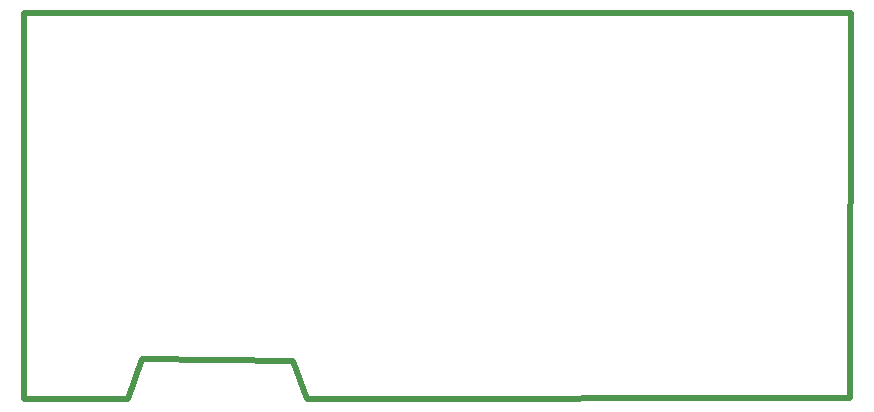
<source format=gbr>
%TF.GenerationSoftware,KiCad,Pcbnew,(5.1.9)-1*%
%TF.CreationDate,2021-04-11T16:36:30+08:00*%
%TF.ProjectId,st_usbAudioV1_demo,73745f75-7362-4417-9564-696f56315f64,rev?*%
%TF.SameCoordinates,Original*%
%TF.FileFunction,Profile,NP*%
%FSLAX46Y46*%
G04 Gerber Fmt 4.6, Leading zero omitted, Abs format (unit mm)*
G04 Created by KiCad (PCBNEW (5.1.9)-1) date 2021-04-11 16:36:30*
%MOMM*%
%LPD*%
G01*
G04 APERTURE LIST*
%TA.AperFunction,Profile*%
%ADD10C,0.500000*%
%TD*%
G04 APERTURE END LIST*
D10*
X141150000Y-90225000D02*
X187150000Y-90150000D01*
X117200000Y-90250000D02*
X126050000Y-90200000D01*
X139975000Y-86975000D02*
X141150000Y-90225000D01*
X127200000Y-86850000D02*
X139975000Y-86975000D01*
X126050000Y-90200000D02*
X127200000Y-86850000D01*
X187150000Y-90150000D02*
X187200000Y-57550000D01*
X117200000Y-57550000D02*
X187200000Y-57550000D01*
X117200000Y-90250000D02*
X117200000Y-57550000D01*
M02*

</source>
